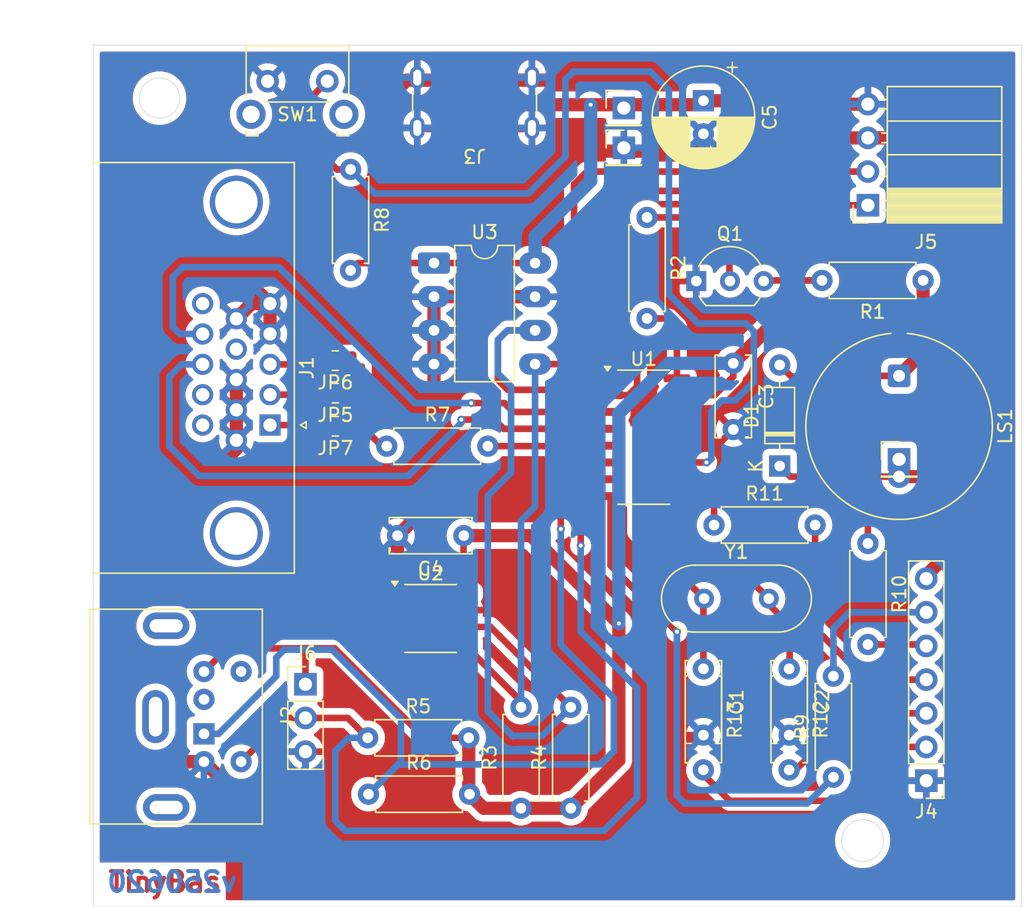
<source format=kicad_pcb>
(kicad_pcb (version 20241229) (generator "pcbnew") (generator_version "9.0")
  (layers (0 "F.Cu" signal) (2 "B.Cu" signal) (13 "F.Paste" user) (15 "B.Paste" user) (5 "F.SilkS" user "F.Silkscreen") (7 "B.SilkS" user "B.Silkscreen") (1 "F.Mask" user) (3 "B.Mask" user) (25 "Edge.Cuts" user))
  (net 0 "")
  (net 1 "GND")
  (net 2 "unconnected-(J1-Pad0)")
  (net 5 "Net-(JP5-B)")
  (net 7 "Net-(JP7-B)")
  (net 8 "Net-(U1-PC3)")
  (net 9 "Net-(U1-PC4)")
  (net 10 "Net-(JP6-B)")
  (net 12 "Net-(U1-PC7)")
  (net 13 "Net-(J6-Pin_2)")
  (net 14 "Net-(J4-Pin_6)")
  (net 15 "Net-(J4-Pin_2)")
  (net 16 "Net-(J4-Pin_3)")
  (net 17 "Net-(J4-Pin_5)")
  (net 18 "Net-(J4-Pin_4)")
  (net 19 "Net-(J5-Pin_2)")
  (net 20 "Net-(J5-Pin_1)")
  (net 21 "Net-(JP5-A)")
  (net 22 "Net-(Q1-B)")
  (net 23 "Net-(Q1-C)")
  (net 24 "Net-(U1-PC0)")
  (net 25 "Net-(U1-PC6)")
  (net 26 "Net-(D1-A)")
  (net 29 "VCC")
  (net 32 "Net-(U1-PA2)")
  (net 33 "Net-(U1-PA1)")
  (net 34 "Net-(U1-PD4)")
  (net 35 "Net-(U1-PD6)")
  (net 36 "Net-(U1-PD5)")
  (net 37 "Net-(U1-PD7)")
  (footprint "Resistor_SMD:R_0805_2012Metric_Pad1.20x1.40mm_HandSolder" (layer "F.Cu") (at 106.25 93.25 180)
    (property "Reference" "JP5")
    (property "Value" "SolderJumper_2_Open" (hide yes))
  )
  (footprint "Crystal:Crystal_HC49-U_Vertical" (layer "F.Cu") (at 134.05 108.75)
    (property "Reference" "Y1")
    (property "Value" "24MHz")
  )
  (footprint "Capacitor_THT:CP_Radial_D7.5mm_P2.50mm" (layer "F.Cu") (at 134 71.197349 -90)
    (property "Reference" "C5")
    (property "Value" "100u")
  )
  (footprint "Package_SO:SOP-16_3.9x9.9mm_P1.27mm" (layer "F.Cu") (at 129.5 96.575)
    (property "Reference" "U1")
    (property "Value" "CH32V003AxMx")
  )
  (footprint "Resistor_THT:R_Axial_DIN0207_L6.3mm_D2.5mm_P7.62mm_Horizontal" (layer "F.Cu") (at 107.4 76.38 -90)
    (property "Reference" "R8")
    (property "Value" "3K9")
  )
  (footprint "Resistor_THT:R_Axial_DIN0207_L6.3mm_D2.5mm_P7.62mm_Horizontal" (layer "F.Cu") (at 134.8 103.2)
    (property "Reference" "R11")
    (property "Value" "330R")
  )
  (footprint "Package_TO_SOT_THT:TO-92_Inline_Wide" (layer "F.Cu") (at 133.46 84.8)
    (property "Reference" "Q1")
    (property "Value" "2N3904")
  )
  (footprint "Resistor_THT:R_Axial_DIN0207_L6.3mm_D2.5mm_P7.62mm_Horizontal" (layer "F.Cu") (at 108.69 119.25)
    (property "Reference" "R5")
    (property "Value" "3K9")
  )
  (footprint "Diode_THT:D_DO-35_SOD27_P7.62mm_Horizontal" (layer "F.Cu") (at 139.75 98.75 90)
    (property "Reference" "D1")
    (property "Value" "1N4148")
  )
  (footprint "Package_SO:SOIC-8_3.9x4.9mm_P1.27mm" (layer "F.Cu") (at 113.44 110.25)
    (property "Reference" "U2")
    (property "Value" "AT24C256")
  )
  (footprint "Resistor_THT:R_Axial_DIN0207_L6.3mm_D2.5mm_P7.62mm_Horizontal" (layer "F.Cu") (at 129.75 80 -90)
    (property "Reference" "R2")
    (property "Value" "3K9")
  )
  (footprint "Resistor_THT:R_Axial_DIN0207_L6.3mm_D2.5mm_P7.62mm_Horizontal" (layer "F.Cu") (at 108.75 123.5)
    (property "Reference" "R6")
    (property "Value" "3K9")
  )
  (footprint "Connector_PinHeader_2.54mm:PinHeader_1x01_P2.54mm_Vertical" (layer "F.Cu") (at 148.75 98.25)
    (property "Reference" "J7" (hide yes))
    (property "Value" "Conn_01x01_Pin" (hide yes))
  )
  (footprint "Resistor_THT:R_Axial_DIN0207_L6.3mm_D2.5mm_P7.62mm_Horizontal" (layer "F.Cu") (at 124 124.56 90)
    (property "Reference" "R4")
    (property "Value" "3K9")
  )
  (footprint "Resistor_THT:R_Axial_DIN0207_L6.3mm_D2.5mm_P7.62mm_Horizontal" (layer "F.Cu") (at 143.8 122.22 90)
    (property "Reference" "R9")
    (property "Value" "3K9")
  )
  (footprint "Package_DIP:DIP-8_W7.62mm_LongPads" (layer "F.Cu") (at 113.69 83.44)
    (property "Reference" "U3")
    (property "Value" "AT24C256")
  )
  (footprint "Connector_PinHeader_2.54mm:PinHeader_1x03_P2.54mm_Vertical" (layer "F.Cu") (at 104 115.21)
    (property "Reference" "J6")
    (property "Value" "Conn_01x03_Pin" (hide yes))
  )
  (footprint "Capacitor_THT:C_Disc_D6.0mm_W2.5mm_P5.00mm" (layer "F.Cu") (at 140.462 114.046 -90)
    (property "Reference" "C2")
    (property "Value" "33p")
  )
  (footprint "Connector_PinHeader_2.54mm:PinHeader_1x01_P2.54mm_Vertical" (layer "F.Cu") (at 128 71.75)
    (property "Reference" "J8" (hide yes))
    (property "Value" "Conn_01x01_Pin" (hide yes))
  )
  (footprint "Button_Switch_THT:SW_Tactile_SKHH_Angled" (layer "F.Cu") (at 101.15 69.725)
    (property "Reference" "SW1")
    (property "Value" "SW_Push" (hide yes))
  )
  (footprint "Resistor_THT:R_Axial_DIN0207_L6.3mm_D2.5mm_P7.62mm_Horizontal" (layer "F.Cu") (at 134 114.046 -90)
    (property "Reference" "R13")
    (property "Value" "330R")
  )
  (footprint "Connector_PinHeader_2.54mm:PinHeader_1x01_P2.54mm_Vertical" (layer "F.Cu") (at 128 74.75)
    (property "Reference" "J9" (hide yes))
    (property "Value" "Conn_01x01_Pin" (hide yes))
  )
  (footprint "Buzzer_Beeper:Indicator_PUI_AI-1440-TWT-24V-2-R" (layer "F.Cu") (at 148.75 91.95 -90)
    (property "Reference" "LS1")
    (property "Value" "Speaker")
  )
  (footprint "Connector_PinSocket_2.54mm:PinSocket_1x04_P2.54mm_Horizontal" (layer "F.Cu") (at 146.4 79.08 180)
    (property "Reference" "J5")
    (property "Value" "Conn_01x04_Socket" (hide yes))
  )
  (footprint "Resistor_THT:R_Axial_DIN0207_L6.3mm_D2.5mm_P7.62mm_Horizontal" (layer "F.Cu") (at 150.56 84.75 180)
    (property "Reference" "R1")
    (property "Value" "100R")
  )
  (footprint "Resistor_SMD:R_0805_2012Metric_Pad1.20x1.40mm_HandSolder" (layer "F.Cu") (at 106.25 90.8 180)
    (property "Reference" "JP6")
    (property "Value" "SolderJumper_2_Open" (hide yes))
  )
  (footprint "Resistor_SMD:R_0805_2012Metric_Pad1.20x1.40mm_HandSolder" (layer "F.Cu") (at 106.25 95.75 180)
    (property "Reference" "JP7")
    (property "Value" "SolderJumper_2_Open" (hide yes))
  )
  (footprint "Resistor_THT:R_Axial_DIN0207_L6.3mm_D2.5mm_P7.62mm_Horizontal" (layer "F.Cu") (at 120.25 124.56 90)
    (property "Reference" "R3")
    (property "Value" "3K9")
  )
  (footprint "Capacitor_THT:C_Disc_D6.0mm_W2.5mm_P5.00mm" (layer "F.Cu") (at 134 114.046 -90)
    (property "Reference" "C1")
    (property "Value" "33p")
  )
  (footprint "Resistor_THT:R_Axial_DIN0207_L6.3mm_D2.5mm_P7.62mm_Horizontal" (layer "F.Cu") (at 110.13 97.25)
    (property "Reference" "R7")
    (property "Value" "470R")
  )
  (footprint "Connector_USB:USB_C_Receptacle_GCT_USB4125-xx-x_6P_TopMnt_Horizontal" (layer "F.Cu") (at 116.75 70.25 180)
    (property "Reference" "J3")
    (property "Value" "USB_C_6P")
  )
  (footprint "Capacitor_THT:C_Disc_D6.0mm_W2.5mm_P5.00mm" (layer "F.Cu") (at 136.25 91 -90)
    (property "Reference" "C3")
    (property "Value" "100n")
  )
  (footprint "Capacitor_THT:C_Disc_D6.0mm_W2.5mm_P5.00mm" (layer "F.Cu") (at 115.94 104 180)
    (property "Reference" "C4")
    (property "Value" "100n")
  )
  (footprint "Connector_Dsub:DSUB-15-HD_Socket_Horizontal_P2.29x2.54mm_EdgePinOffset8.35mm_Housed_MountingHolesOffset10.89mm" (layer "F.Cu") (at 101.33 95.66 -90)
    (property "Reference" "J1")
    (property "Value" "DE15_Socket_HighDensity_MountingHoles" (hide yes))
  )
  (footprint "Resistor_THT:R_Axial_DIN0207_L6.3mm_D2.5mm_P7.62mm_Horizontal" (layer "F.Cu") (at 140.462 114.046 -90)
    (property "Reference" "R12")
    (property "Value" "330R")
  )
  (footprint "Resistor_THT:R_Axial_DIN0207_L6.3mm_D2.5mm_P7.62mm_Horizontal" (layer "F.Cu") (at 146.4 104.59 -90)
    (property "Reference" "R10")
    (property "Value" "330R")
  )
  (footprint "Moje:Connector_Mini-DIN_Female_6Pin_2rows" (layer "F.Cu") (at 96.35 118.95 -90)
    (property "Reference" "J2")
    (property "Value" "Mini-DIN-6")
  )
  (footprint "Connector_PinHeader_2.54mm:PinHeader_1x07_P2.54mm_Vertical" (layer "F.Cu") (at 150.8 122.48 180)
    (property "Reference" "J4")
    (property "Value" "Conn_01x07_Pin" (hide yes))
  )
  (gr_line (start 158 132) (end 88 132) (stroke (width 0.05)) (layer "Edge.Cuts"))
  (gr_line (start 88 132) (end 88 67) (stroke (width 0.05)) (layer "Edge.Cuts"))
  (gr_circle (center 93 71) (end 94.5 70.75) (stroke (width 0.05)) (fill no) (layer "Edge.Cuts"))
  (gr_line (start 88 67) (end 158 67) (stroke (width 0.05)) (layer "Edge.Cuts"))
  (gr_line (start 158 67) (end 158 132) (stroke (width 0.05)) (layer "Edge.Cuts"))
  (gr_circle (center 146 127) (end 147.5 126.5) (stroke (width 0.05)) (fill no) (layer "Edge.Cuts"))
  (gr_text "TinyBas" (at 89 131 0) (layer "F.Cu") (effects (font (size 1.5 1.5) (thickness 0.3) (bold yes)) (justify left bottom)))
  (gr_text "v250620" (at 99 131 0) (layer "B.Cu") (effects (font (size 1.5 1.5) (thickness 0.3) (bold yes)) (justify left bottom mirror)))
  (segment (start 130.65 122.85) (end 130.8 122.7) (width 1) (layer "F.Cu") (net 1))
  (segment (start 89.5 108.25) (end 90 107.75) (width 1) (layer "F.Cu") (net 1))
  (segment (start 121.07 73.25) (end 121.07 75.035) (width 0.5) (layer "F.Cu") (net 1))
  (segment (start 112.43 73.25) (end 112.43 75.215) (width 0.5) (layer "F.Cu") (net 1))
  (segment (start 94.5 83.5) (end 98.33 83.5) (width 1) (layer "F.Cu") (net 1))
  (segment (start 119.5 73.33) (end 119.5 75.13) (width 0.5) (layer "F.Cu") (net 1))
  (segment (start 95 98.75) (end 93 98.75) (width 1) (layer "F.Cu") (net 1))
  (segment (start 114 73.33) (end 114 74.95) (width 0.5) (layer "F.Cu") (net 1))
  (segment (start 114.3 75.25) (end 112.395 75.25) (width 1) (layer "F.Cu") (net 1))
  (segment (start 121.07 75.035) (end 121.285 75.25) (width 0.2) (layer "F.Cu") (net 1))
  (segment (start 119.5 75.13) (end 119.38 75.25) (width 0.2) (layer "F.Cu") (net 1))
  (segment (start 119.38 75.25) (end 114.3 75.25) (width 1) (layer "F.Cu") (net 1))
  (segment (start 90.8 121.05) (end 89.5 119.75) (width 1) (layer "F.Cu") (net 1))
  (segment (start 101.33 88.79) (end 101.33 86.5) (width 1) (layer "F.Cu") (net 1))
  (segment (start 96.35 121.05) (end 102.8 127.5) (width 1) (layer "F.Cu") (net 1))
  (segment (start 131.9 119.3) (end 134 119.3) (width 1) (layer "F.Cu") (net 1))
  (segment (start 99.935 86.5) (end 101.33 86.5) (width 1) (layer "F.Cu") (net 1))
  (segment (start 98.79 96.805) (end 98.79 97.46) (width 1) (layer "F.Cu") (net 1))
  (segment (start 93 96.75) (end 93 85) (width 1) (layer "F.Cu") (net 1))
  (segment (start 110.94 104) (end 110.94 112.13) (width 1) (layer "F.Cu") (net 1))
  (segment (start 110.94 104) (end 113.69 101.25) (width 1) (layer "F.Cu") (net 1))
  (segment (start 131.3525 69.6475) (end 132 69) (width 1) (layer "F.Cu") (net 1))
  (segment (start 98.79 97.46) (end 97.5 98.75) (width 1) (layer "F.Cu") (net 1))
  (segment (start 132 94.67) (end 134.92 94.67) (width 0.5) (layer "F.Cu") (net 1))
  (segment (start 134.92 94.67) (end 136.25 96) (width 0.5) (layer "F.Cu") (net 1))
  (segment (start 93 85) (end 94.5 83.5) (width 1) (layer "F.Cu") (net 1))
  (segment (start 134 74.997349) (end 122.247349 74.997349) (width 1) (layer "F.Cu") (net 1))
  (segment (start 113.69 85.98) (end 113.69 91.06) (width 1) (layer "F.Cu") (net 1))
  (segment (start 130.8 122.7) (end 130.8 120.4) (width 1) (layer "F.Cu") (net 1))
  (segment (start 112.43 75.215) (end 112.395 75.25) (width 0.2) (layer "F.Cu") (net 1))
  (segment (start 134 74.997349) (end 134 73.697349) (width 1) (layer "F.Cu") (net 1))
  (segment (start 90 107.75) (end 92.75 107.75) (width 1) (layer "F.Cu") (net 1))
  (segment (start 110.94 112.13) (end 110.965 112.155) (width 1) (layer "F.Cu") (net 1))
  (segment (start 98.79 87.645) (end 99.935 86.5) (width 1) (layer "F.Cu") (net 1))
  (segment (start 96.35 121.05) (end 90.8 121.05) (width 1) (layer "F.Cu") (net 1))
  (segment (start 121.285 75.25) (end 121.75 75.25) (width 1) (layer "F.Cu") (net 1))
  (segment (start 112.395 75.25) (end 111.5 75.25) (width 1) (layer "F.Cu") (net 1))
  (segment (start 144.5 71.46) (end 146.4 71.46) (width 1) (layer "F.Cu") (net 1))
  (segment (start 93 96.75) (end 93 98.75) (width 1) (layer "F.Cu") (net 1))
  (segment (start 130.8 120.4) (end 131.9 119.3) (width 1) (layer "F.Cu") (net 1))
  (segment (start 111 70.2725) (end 111.625 69.6475) (width 1) (layer "F.Cu") (net 1))
  (segment (start 98.79 92.225) (end 98.79 96.805) (width 1) (layer "F.Cu") (net 1))
  (segment (start 98.33 83.5) (end 101.33 86.5) (width 1) (layer "F.Cu") (net 1))
  (segment (start 113.69 85.98) (end 121.31 85.98) (width 1) (layer "F.Cu") (net 1))
  (segment (start 130.65 122.85) (end 126 127.5) (width 1) (layer "F.Cu") (net 1))
  (segment (start 102.8 127.5) (end 126 127.5) (width 1) (layer "F.Cu") (net 1))
  (segment (start 142.04 69) (end 144.5 71.46) (width 1) (layer "F.Cu") (net 1))
  (segment (start 119.38 75.25) (end 120 75.25) (width 1) (layer "F.Cu") (net 1))
  (segment (start 113.69 101.25) (end 113.69 91.06) (width 1) (layer "F.Cu") (net 1))
  (segment (start 132 69) (end 142.04 69) (width 1) (layer "F.Cu") (net 1))
  (segment (start 93 98.75) (end 93 107.25) (width 1) (layer "F.Cu") (net 1))
  (segment (start 115.915 109.615) (end 110.965 109.615) (width 0.5) (layer "F.Cu") (net 1))
  (segment (start 89.5 119.75) (end 89.5 108.25) (width 1) (layer "F.Cu") (net 1))
  (segment (start 114 74.95) (end 114.3 75.25) (width 0.2) (layer "F.Cu") (net 1))
  (segment (start 120 75.25) (end 121.285 75.25) (width 1) (layer "F.Cu") (net 1))
  (segment (start 111.625 69.6475) (end 131.3525 69.6475) (width 1) (layer "F.Cu") (net 1))
  (segment (start 97.5 98.75) (end 95 98.75) (width 1) (layer "F.Cu") (net 1))
  (segment (start 133.42 75.577349) (end 134 74.997349) (width 0.5) (layer "B.Cu") (net 1))
  (segment (start 142.75 89.25) (end 142.75 92.25) (width 1) (layer "B.Cu") (net 1))
  (segment (start 96.35 121.05) (end 96.35 122.6) (width 0.5) (layer "B.Cu") (net 1))
  (segment (start 96.35 122.6) (end 97.5 123.75) (width 0.5) (layer "B.Cu") (net 1))
  (segment (start 142.75 92.25) (end 139 96) (width 1) (layer "B.Cu") (net 1))
  (segment (start 140.5 81.497349) (end 140.5 87) (width 1) (layer "B.Cu") (net 1))
  (segment (start 134 74.997349) (end 140.5 81.497349) (width 1) (layer "B.Cu") (net 1))
  (segment (start 97.5 123.75) (end 101.75 123.75) (width 0.5) (layer "B.Cu") (net 1))
  (segment (start 140.5 87) (end 142.75 89.25) (width 1) (layer "B.Cu") (net 1))
  (segment (start 104 121.5) (end 104 120.29) (width 0.5) (layer "B.Cu") (net 1))
  (segment (start 139 96) (end 136.25 96) (width 1) (layer "B.Cu") (net 1))
  (segment (start 133.42 84.75) (end 133.42 75.577349) (width 0.5) (layer "B.Cu") (net 1))
  (segment (start 101.75 123.75) (end 104 121.5) (width 0.5) (layer "B.Cu") (net 1))
  (segment (start 134 74.997349) (end 134 73.697349) (width 1) (layer "B.Cu") (net 1))
  (segment (start 98.663636 78.845) (end 98.79 78.845) (width 0.5) (layer "B.Cu") (net 2))
  (segment (start 105.13 93.37) (end 105.25 93.25) (width 0.5) (layer "F.Cu") (net 5))
  (segment (start 101.33 93.37) (end 105.13 93.37) (width 0.5) (layer "F.Cu") (net 5))
  (segment (start 101.33 95.66) (end 105.16 95.66) (width 0.5) (layer "F.Cu") (net 7))
  (segment (start 105.16 95.66) (end 105.25 95.75) (width 0.5) (layer "F.Cu") (net 7))
  (segment (start 127 94.67) (end 119.67 94.67) (width 0.5) (layer "F.Cu") (net 8))
  (segment (start 119.67 94.67) (end 119 94) (width 0.5) (layer "F.Cu") (net 8))
  (segment (start 119 94) (end 116.5 94) (width 0.5) (layer "F.Cu") (net 8))
  (via (at 116.5 94) (size 0.6) (drill 0.3) (layers "F.Cu" "B.Cu") (net 8))
  (segment (start 94 88.25) (end 94 84.5) (width 0.5) (layer "B.Cu") (net 8))
  (segment (start 94.75 83.75) (end 102 83.75) (width 0.5) (layer "B.Cu") (net 8))
  (segment (start 94 84.5) (end 94.75 83.75) (width 0.5) (layer "B.Cu") (net 8))
  (segment (start 96.25 88.79) (end 94.54 88.79) (width 0.5) (layer "B.Cu") (net 8))
  (segment (start 112.25 94) (end 116.5 94) (width 0.5) (layer "B.Cu") (net 8))
  (segment (start 94.54 88.79) (end 94 88.25) (width 0.5) (layer "B.Cu") (net 8))
  (segment (start 102 83.75) (end 112.25 94) (width 0.5) (layer "B.Cu") (net 8))
  (segment (start 118.5 95.5) (end 118.25 95.25) (width 0.5) (layer "F.Cu") (net 9))
  (segment (start 127 95.94) (end 118.94 95.94) (width 0.5) (layer "F.Cu") (net 9))
  (segment (start 118.94 95.94) (end 118.5 95.5) (width 0.5) (layer "F.Cu") (net 9))
  (segment (start 118.25 95.25) (end 115.75 95.25) (width 0.5) (layer "F.Cu") (net 9))
  (via (at 115.75 95.25) (size 0.6) (drill 0.3) (layers "F.Cu" "B.Cu") (net 9))
  (segment (start 115.75 95.5) (end 115.75 95.25) (width 0.5) (layer "B.Cu") (net 9))
  (segment (start 111.75 99.5) (end 115.75 95.5) (width 0.5) (layer "B.Cu") (net 9))
  (segment (start 94.67 91.08) (end 93.75 92) (width 0.5) (layer "B.Cu") (net 9))
  (segment (start 93.75 92) (end 93.75 97.25) (width 0.5) (layer "B.Cu") (net 9))
  (segment (start 96 99.5) (end 111.75 99.5) (width 0.5) (layer "B.Cu") (net 9))
  (segment (start 93.75 97.25) (end 96 99.5) (width 0.5) (layer "B.Cu") (net 9))
  (segment (start 96.25 91.08) (end 94.67 91.08) (width 0.5) (layer "B.Cu") (net 9))
  (segment (start 105.08 91.08) (end 105.25 91.25) (width 0.5) (layer "F.Cu") (net 10))
  (segment (start 101.33 91.08) (end 105.08 91.08) (width 0.5) (layer "F.Cu") (net 10))
  (segment (start 123.5 99) (end 123.25 99.25) (width 0.5) (layer "F.Cu") (net 12))
  (segment (start 124.02 98.48) (end 123.5 99) (width 0.5) (layer "F.Cu") (net 12))
  (segment (start 127 98.48) (end 124.02 98.48) (width 0.5) (layer "F.Cu") (net 12))
  (segment (start 123.25 99.25) (end 123.25 103.5) (width 0.5) (layer "F.Cu") (net 12))
  (via (at 123.25 103.5) (size 0.6) (drill 0.3) (layers "F.Cu" "B.Cu") (net 12))
  (segment (start 123.25 112.25) (end 127.25 116.25) (width 0.5) (layer "B.Cu") (net 12))
  (segment (start 127.25 120.25) (end 126.25 121.25) (width 0.5) (layer "B.Cu") (net 12))
  (segment (start 127.25 116.25) (end 127.25 120.25) (width 0.5) (layer "B.Cu") (net 12))
  (segment (start 111.2 121.05) (end 111 121.25) (width 0.5) (layer "B.Cu") (net 12))
  (segment (start 106 112.6) (end 111.2 117.8) (width 0.5) (layer "B.Cu") (net 12))
  (segment (start 102.4 112.6) (end 106 112.6) (width 0.5) (layer "B.Cu") (net 12))
  (segment (start 111 121.25) (end 108.75 123.5) (width 0.5) (layer "B.Cu") (net 12))
  (segment (start 123.25 103.5) (end 123.25 112.25) (width 0.5) (layer "B.Cu") (net 12))
  (segment (start 97.45 118.95) (end 101.8 114.6) (width 0.5) (layer "B.Cu") (net 12))
  (segment (start 126.25 121.25) (end 111 121.25) (width 0.5) (layer "B.Cu") (net 12))
  (segment (start 111.2 117.8) (end 111.2 121.05) (width 0.5) (layer "B.Cu") (net 12))
  (segment (start 96.35 118.95) (end 97.45 118.95) (width 0.5) (layer "B.Cu") (net 12))
  (segment (start 101.8 113.2) (end 102.4 112.6) (width 0.5) (layer "B.Cu") (net 12))
  (segment (start 101.8 114.6) (end 101.8 113.2) (width 0.5) (layer "B.Cu") (net 12))
  (segment (start 99.15 121.05) (end 102.45 117.75) (width 0.5) (layer "F.Cu") (net 13))
  (segment (start 108.69 119.25) (end 107.19 117.75) (width 0.5) (layer "F.Cu") (net 13))
  (segment (start 107.19 117.75) (end 104 117.75) (width 0.5) (layer "F.Cu") (net 13))
  (segment (start 127 99.75) (end 125.25 99.75) (width 0.5) (layer "F.Cu") (net 13))
  (segment (start 125.25 99.75) (end 124.75 99.75) (width 0.5) (layer "F.Cu") (net 13))
  (segment (start 102.45 117.75) (end 104 117.75) (width 0.5) (layer "F.Cu") (net 13))
  (segment (start 124.75 99.75) (end 124.75 104.75) (width 0.5) (layer "F.Cu") (net 13))
  (via (at 124.75 104.75) (size 0.6) (drill 0.3) (layers "F.Cu" "B.Cu") (net 13))
  (segment (start 107 126.25) (end 106.25 125.5) (width 0.5) (layer "B.Cu") (net 13))
  (segment (start 124.75 104.75) (end 124.75 111.25) (width 0.5) (layer "B.Cu") (net 13))
  (segment (start 129 115.5) (end 129 123.75) (width 0.5) (layer "B.Cu") (net 13))
  (segment (start 124.75 111.25) (end 129 115.5) (width 0.5) (layer "B.Cu") (net 13))
  (segment (start 126.5 126.25) (end 107 126.25) (width 0.5) (layer "B.Cu") (net 13))
  (segment (start 107.25 119.25) (end 108.69 119.25) (width 0.5) (layer "B.Cu") (net 13))
  (segment (start 129 123.75) (end 126.5 126.25) (width 0.5) (layer "B.Cu") (net 13))
  (segment (start 106.25 120.25) (end 107.25 119.25) (width 0.5) (layer "B.Cu") (net 13))
  (segment (start 106.25 125.5) (end 106.25 120.25) (width 0.5) (layer "B.Cu") (net 13))
  (segment (start 143.8 114.6) (end 143.8 111) (width 0.5) (layer "B.Cu") (net 14))
  (segment (start 143.8 111) (end 145.02 109.78) (width 0.5) (layer "B.Cu") (net 14))
  (segment (start 145.02 109.78) (end 150.8 109.78) (width 0.5) (layer "B.Cu") (net 14))
  (segment (start 135.98 124) (end 144.4 124) (width 0.5) (layer "F.Cu") (net 15))
  (segment (start 134 122.02) (end 135.98 124) (width 0.5) (layer "F.Cu") (net 15))
  (segment (start 148.4 119.94) (end 150.8 119.94) (width 0.5) (layer "F.Cu") (net 15))
  (segment (start 148.4 120) (end 148.4 119.94) (width 0.5) (layer "F.Cu") (net 15))
  (segment (start 144.4 124) (end 148.4 120) (width 0.5) (layer "F.Cu") (net 15))
  (segment (start 140.4 122.22) (end 145.22 117.4) (width 0.5) (layer "F.Cu") (net 16))
  (segment (start 145.22 117.4) (end 150.8 117.4) (width 0.5) (layer "F.Cu") (net 16))
  (segment (start 150.69 112.21) (end 150.8 112.32) (width 0.5) (layer "F.Cu") (net 17))
  (segment (start 146.4 112.21) (end 150.69 112.21) (width 0.5) (layer "F.Cu") (net 17))
  (segment (start 146.28 114.86) (end 142.42 111) (width 0.5) (layer "F.Cu") (net 18))
  (segment (start 142.42 111) (end 142.42 103.2) (width 0.5) (layer "F.Cu") (net 18))
  (segment (start 150.8 114.86) (end 146.28 114.86) (width 0.5) (layer "F.Cu") (net 18))
  (segment (start 121.31 91.06) (end 124.19 91.06) (width 0.5) (layer "F.Cu") (net 19))
  (segment (start 124.19 91.06) (end 124.25 91) (width 0.5) (layer "F.Cu") (net 19))
  (segment (start 124.25 91) (end 124.25 77.5) (width 0.5) (layer "F.Cu") (net 19))
  (segment (start 124.25 77.5) (end 125.21 76.54) (width 0.5) (layer "F.Cu") (net 19))
  (segment (start 125.21 76.54) (end 146.4 76.54) (width 0.5) (layer "F.Cu") (net 19))
  (segment (start 124.25 91) (end 125.38 92.13) (width 0.5) (layer "F.Cu") (net 19))
  (segment (start 120.25 116.49) (end 120.25 116.94) (width 0.5) (layer "F.Cu") (net 19))
  (segment (start 115.915 112.155) (end 120.25 116.49) (width 0.5) (layer "F.Cu") (net 19))
  (segment (start 125.38 92.13) (end 127 92.13) (width 0.5) (layer "F.Cu") (net 19))
  (segment (start 121.31 101.81) (end 120.25 102.87) (width 0.5) (layer "B.Cu") (net 19))
  (segment (start 120.25 102.87) (end 120.25 116.94) (width 0.5) (layer "B.Cu") (net 19))
  (segment (start 121.31 91.06) (end 121.31 101.81) (width 0.5) (layer "B.Cu") (net 19))
  (segment (start 117.945 110.885) (end 115.915 110.885) (width 0.5) (layer "F.Cu") (net 20))
  (segment (start 119.23 88.52) (end 121.31 88.52) (width 0.5) (layer "F.Cu") (net 20))
  (segment (start 129 92.75) (end 129 90.75) (width 0.5) (layer "F.Cu") (net 20))
  (segment (start 118.5 89.25) (end 119.23 88.52) (width 0.5) (layer "F.Cu") (net 20))
  (segment (start 143.08 79.08) (end 146.4 79.08) (width 0.5) (layer "F.Cu") (net 20))
  (segment (start 123.9 93.4) (end 123.5 93) (width 0.5) (layer "F.Cu") (net 20))
  (segment (start 119.25 93) (end 118.5 92.25) (width 0.5) (layer "F.Cu") (net 20))
  (segment (start 127 93.4) (end 128.35 93.4) (width 0.5) (layer "F.Cu") (net 20))
  (segment (start 126.25 78.75) (end 127 78) (width 0.5) (layer "F.Cu") (net 20))
  (segment (start 118.5 92.25) (end 118.5 89.25) (width 0.5) (layer "F.Cu") (net 20))
  (segment (start 128.35 93.4) (end 129 92.75) (width 0.5) (layer "F.Cu") (net 20))
  (segment (start 127 78) (end 142 78) (width 0.5) (layer "F.Cu") (net 20))
  (segment (start 126.25 88) (end 126.25 78.75) (width 0.5) (layer "F.Cu") (net 20))
  (segment (start 129 90.75) (end 126.25 88) (width 0.5) (layer "F.Cu") (net 20))
  (segment (start 127 93.4) (end 123.9 93.4) (width 0.5) (layer "F.Cu") (net 20))
  (segment (start 142 78) (end 143.08 79.08) (width 0.5) (layer "F.Cu") (net 20))
  (segment (start 124 116.94) (end 117.945 110.885) (width 0.5) (layer "F.Cu") (net 20))
  (segment (start 123.5 93) (end 119.25 93) (width 0.5) (layer "F.Cu") (net 20))
  (segment (start 117.75 117.25) (end 117.75 101) (width 0.5) (layer "B.Cu") (net 20))
  (segment (start 118.5 91.75) (end 118.5 89.25) (width 0.5) (layer "B.Cu") (net 20))
  (segment (start 118.5 89.25) (end 119.23 88.52) (width 0.5) (layer "B.Cu") (net 20))
  (segment (start 119.23 88.52) (end 121.31 88.52) (width 0.5) (layer "B.Cu") (net 20))
  (segment (start 119.625 119.125) (end 117.75 117.25) (width 0.5) (layer "B.Cu") (net 20))
  (segment (start 124 116.94) (end 121.845 119.095) (width 0.5) (layer "B.Cu") (net 20))
  (segment (start 119.5 99.25) (end 119.5 92.75) (width 0.5) (layer "B.Cu") (net 20))
  (segment (start 119.5 92.75) (end 118.5 91.75) (width 0.5) (layer "B.Cu") (net 20))
  (segment (start 117.75 101) (end 119.5 99.25) (width 0.5) (layer "B.Cu") (net 20))
  (segment (start 119.655 119.095) (end 121.845 119.095) (width 0.5) (layer "B.Cu") (net 20))
  (segment (start 119.625 119.125) (end 119.655 119.095) (width 0.5) (layer "B.Cu") (net 20))
  (segment (start 108.25 93.25) (end 108.25 91.25) (width 0.5) (layer "F.Cu") (net 21))
  (segment (start 108.25 91.25) (end 107.25 91.25) (width 0.5) (layer "F.Cu") (net 21))
  (segment (start 109.75 97.25) (end 108.25 95.75) (width 0.5) (layer "F.Cu") (net 21))
  (segment (start 107.25 95.75) (end 108.25 95.75) (width 0.5) (layer "F.Cu") (net 21))
  (segment (start 110 97.38) (end 110.13 97.25) (width 0.5) (layer "F.Cu") (net 21))
  (segment (start 108.25 95.75) (end 108.25 93.25) (width 0.5) (layer "F.Cu") (net 21))
  (segment (start 110.13 97.25) (end 109.75 97.25) (width 0.5) (layer "F.Cu") (net 21))
  (segment (start 107.25 93.25) (end 108.25 93.25) (width 0.5) (layer "F.Cu") (net 21))
  (segment (start 135.96 84.75) (end 135.96 80.96) (width 0.5) (layer "F.Cu") (net 22))
  (segment (start 135 80) (end 129.75 80) (width 0.5) (layer "F.Cu") (net 22))
  (segment (start 135.96 80.96) (end 135.8 80.8) (width 0.5) (layer "F.Cu") (net 22))
  (segment (start 135.8 80.8) (end 135 80) (width 0.5) (layer "F.Cu") (net 22))
  (segment (start 138.5 84.75) (end 142.94 84.75) (width 0.5) (layer "F.Cu") (net 23))
  (segment (start 131.37 87.62) (end 132 88.25) (width 0.5) (layer "F.Cu") (net 24))
  (segment (start 129.75 87.62) (end 131.37 87.62) (width 0.5) (layer "F.Cu") (net 24))
  (segment (start 132 88.25) (end 132 92.13) (width 0.5) (layer "F.Cu") (net 24))
  (segment (start 126.96 97.25) (end 127 97.21) (width 0.5) (layer "F.Cu") (net 25))
  (segment (start 117.75 97.25) (end 126.96 97.25) (width 0.5) (layer "F.Cu") (net 25))
  (segment (start 150.56 84.75) (end 150.56 90.14) (width 1) (layer "F.Cu") (net 26))
  (segment (start 139.75 91.13) (end 140.62 92) (width 0.5) (layer "F.Cu") (net 26))
  (segment (start 150.56 90.14) (end 148.75 91.95) (width 1) (layer "F.Cu") (net 26))
  (segment (start 141.3 91.95) (end 148.75 91.95) (width 0.5) (layer "F.Cu") (net 26))
  (segment (start 140.62 92) (end 141.25 92) (width 0.5) (layer "F.Cu") (net 26))
  (segment (start 141.25 92) (end 141.3 91.95) (width 0.5) (layer "F.Cu") (net 26))
  (segment (start 104 115.21) (end 104 112.5) (width 0.5) (layer "F.Cu") (net 29))
  (segment (start 145.25 88) (end 147.5 85.75) (width 1) (layer "F.Cu") (net 29))
  (segment (start 149.8 81.6) (end 150.6 81.6) (width 1) (layer "F.Cu") (net 29))
  (segment (start 139.25 88) (end 136.25 91) (width 1) (layer "F.Cu") (net 29))
  (segment (start 118.25 71.5) (end 118.301 71.551) (width 1) (layer "F.Cu") (net 29))
  (segment (start 115.915 108.345) (end 115.915 104.025) (width 0.5) (layer "F.Cu") (net 29))
  (segment (start 150.6 81.6) (end 153.8 81.6) (width 1) (layer "F.Cu") (net 29))
  (segment (start 153.8 99.55) (end 154 99.75) (width 1) (layer "F.Cu") (net 29))
  (segment (start 98.1 112.5) (end 104 112.5) (width 0.5) (layer "F.Cu") (net 29))
  (segment (start 134 71.197349) (end 133.697349 71.5) (width 1) (layer "F.Cu") (net 29))
  (segment (start 106.2 112.5) (end 104 112.5) (width 0.5) (layer "F.Cu") (net 29))
  (segment (start 153.8 81.6) (end 154 81.8) (width 1) (layer "F.Cu") (net 29))
  (segment (start 147.5 83.9) (end 149.8 81.6) (width 1) (layer "F.Cu") (net 29))
  (segment (start 147.5 85.75) (end 147.5 83.9) (width 1) (layer "F.Cu") (net 29))
  (segment (start 125.5 71.5) (end 118.25 71.5) (width 1) (layer "F.Cu") (net 29))
  (segment (start 133.697349 71.5) (end 125.5 71.5) (width 1) (layer "F.Cu") (net 29))
  (segment (start 134.75 93.4) (end 134.85 93.4) (width 0.5) (layer "F.Cu") (net 29))
  (segment (start 118.25 71.5) (end 115.25 71.5) (width 1) (layer "F.Cu") (net 29))
  (segment (start 140.55 99.55) (end 139.75 98.75) (width 0.5) (layer "F.Cu") (net 29))
  (segment (start 148.75 99.55) (end 153.8 99.55) (width 1) (layer "F.Cu") (net 29))
  (segment (start 117.43 124.56) (end 124 124.56) (width 1) (layer "F.Cu") (net 29))
  (segment (start 127.625 110.625) (end 127.625 120.935) (width 1) (layer "F.Cu") (net 29))
  (segment (start 116.31 119.25) (end 112.95 119.25) (width 0.5) (layer "F.Cu") (net 29))
  (segment (start 154 81.8) (end 154 99.75) (width 1) (layer "F.Cu") (net 29))
  (segment (start 113.69 83.44) (end 121.31 83.44) (width 0.5) (layer "F.Cu") (net 29))
  (segment (start 118.27 71.52) (end 118.25 71.5) (width 0.5) (layer "F.Cu") (net 29))
  (segment (start 154 103.8) (end 150.75 107.05) (width 1) (layer "F.Cu") (net 29))
  (segment (start 115.23 71.582) (end 115.199 71.551) (width 0.5) (layer "F.Cu") (net 29))
  (segment (start 148.75 99.55) (end 140.55 99.55) (width 0.5) (layer "F.Cu") (net 29))
  (segment (start 116.31 123.44) (end 116.37 123.5) (width 1) (layer "F.Cu") (net 29))
  (segment (start 115.915 104.025) (end 115.94 104) (width 0.5) (layer "F.Cu") (net 29))
  (segment (start 154 80.75) (end 154 81.4) (width 1) (layer "F.Cu") (net 29))
  (segment (start 132 93.4) (end 134.75 93.4) (width 0.5) (layer "F.Cu") (net 29))
  (segment (start 115.94 104) (end 121 104) (width 1) (layer "F.Cu") (net 29))
  (segment (start 140.75 74) (end 144.5 74) (width 1) (layer "F.Cu") (net 29))
  (segment (start 115.25 71.5) (end 115.199 71.551) (width 1) (layer "F.Cu") (net 29))
  (segment (start 154 76) (end 154 81.4) (width 1) (layer "F.Cu") (net 29))
  (segment (start 144.5 74) (end 147.25 74) (width 1) (layer "F.Cu") (net 29))
  (segment (start 127.625 120.935) (end 124 124.56) (width 1) (layer "F.Cu") (net 29))
  (segment (start 115.23 73.2825) (end 115.23 71.582) (width 0.5) (layer "F.Cu") (net 29))
  (segment (start 136.25 92) (end 136.25 91) (width 0.5) (layer "F.Cu") (net 29))
  (segment (start 118.27 73.2825) (end 118.27 71.52) (width 0.5) (layer "F.Cu") (net 29))
  (segment (start 117.43 124.56) (end 116.37 123.5) (width 1) (layer "F.Cu") (net 29))
  (segment (start 116.31 119.25) (end 116.31 123.44) (width 1) (layer "F.Cu") (net 29))
  (segment (start 147.25 74) (end 152 74) (width 1) (layer "F.Cu") (net 29))
  (segment (start 145.25 88) (end 139.25 88) (width 1) (layer "F.Cu") (net 29))
  (segment (start 96.35 114.25) (end 98.1 112.5) (width 0.5) (layer "F.Cu") (net 29))
  (segment (start 134 71.197349) (end 137.947349 71.197349) (width 1) (layer "F.Cu") (net 29))
  (segment (start 154 81.4) (end 154 81.8) (width 1) (layer "F.Cu") (net 29))
  (segment (start 152 74) (end 154 76) (width 1) (layer "F.Cu") (net 29))
  (segment (start 112.95 119.25) (end 106.2 112.5) (width 0.5) (layer "F.Cu") (net 29))
  (segment (start 113.69 83.44) (end 107.96 83.44) (width 0.5) (layer "F.Cu") (net 29))
  (segment (start 121 104) (end 127.625 110.625) (width 1) (layer "F.Cu") (net 29))
  (segment (start 107.96 83.44) (end 107.4 84) (width 0.5) (layer "F.Cu") (net 29))
  (segment (start 154 99.75) (end 154 103.8) (width 1) (layer "F.Cu") (net 29))
  (segment (start 134.85 93.4) (end 136.25 92) (width 0.5) (layer "F.Cu") (net 29))
  (segment (start 137.947349 71.197349) (end 140.75 74) (width 1) (layer "F.Cu") (net 29))
  (via (at 125.5 71.5) (size 0.6) (drill 0.3) (layers "F.Cu" "B.Cu") (net 29))
  (via (at 127.625 110.625) (size 0.6) (drill 0.3) (layers "F.Cu" "B.Cu") (net 29))
  (segment (start 125.5 77.25) (end 125.5 71.5) (width 1) (layer "B.Cu") (net 29))
  (segment (start 136.25 91) (end 131.4 91) (width 1) (layer "B.Cu") (net 29))
  (segment (start 121.31 83.44) (end 121.31 81.44) (width 1) (layer "B.Cu") (net 29))
  (segment (start 131.4 91) (end 127.625 94.775) (width 1) (layer "B.Cu") (net 29))
  (segment (start 127.625 94.775) (end 127.625 110.625) (width 1) (layer "B.Cu") (net 29))
  (segment (start 121.31 81.44) (end 125.5 77.25) (width 1) (layer "B.Cu") (net 29))
  (segment (start 129.56 95.94) (end 129 96.5) (width 0.5) (layer "F.Cu") (net 32))
  (segment (start 129 103.7) (end 134.05 108.75) (width 0.5) (layer "F.Cu") (net 32))
  (segment (start 134 109.35) (end 134 114.5) (width 0.5) (layer "F.Cu") (net 32))
  (segment (start 134.05 108.75) (end 134.05 109.3) (width 0.5) (layer "F.Cu") (net 32))
  (segment (start 129 96.5) (end 129 103.7) (width 0.5) (layer "F.Cu") (net 32))
  (segment (start 134.05 109.3) (end 134 109.35) (width 0.5) (layer "F.Cu") (net 32))
  (segment (start 132 95.94) (end 129.56 95.94) (width 0.5) (layer "F.Cu") (net 32))
  (segment (start 133.5 105) (end 135.25 105) (width 0.5) (layer "F.Cu") (net 33))
  (segment (start 130.25 97.25) (end 130.25 101.75) (width 0.5) (layer "F.Cu") (net 33))
  (segment (start 130.29 97.21) (end 130.25 97.25) (width 0.5) (layer "F.Cu") (net 33))
  (segment (start 135.25 105.07) (end 135.25 105) (width 0.5) (layer "F.Cu") (net 33))
  (segment (start 138.93 108.75) (end 138.93 109.18) (width 0.5) (layer "F.Cu") (net 33))
  (segment (start 138.93 109.18) (end 140.5 110.75) (width 0.5) (layer "F.Cu") (net 33))
  (segment (start 132 97.21) (end 130.29 97.21) (width 0.5) (layer "F.Cu") (net 33))
  (segment (start 140.5 110.75) (end 140.5 114.5) (width 0.5) (layer "F.Cu") (net 33))
  (segment (start 130.25 101.75) (end 133.5 105) (width 0.5) (layer "F.Cu") (net 33))
  (segment (start 138.93 108.75) (end 135.25 105.07) (width 0.5) (layer "F.Cu") (net 33))
  (segment (start 127 106.25) (end 132 111.25) (width 0.5) (layer "F.Cu") (net 34))
  (segment (start 127 101.02) (end 127 106.25) (width 0.5) (layer "F.Cu") (net 34))
  (via (at 132 111.25) (size 0.6) (drill 0.3) (layers "F.Cu" "B.Cu") (net 34))
  (via (at 132 111.25) (size 0.6) (drill 0.3) (layers "F.Cu" "B.Cu") (net 34))
  (segment (start 132.6 124.2) (end 141.82 124.2) (width 0.5) (layer "B.Cu") (net 34))
  (segment (start 132 123.6) (end 132.6 124.2) (width 0.5) (layer "B.Cu") (net 34))
  (segment (start 132 111.25) (end 132 123.6) (width 0.5) (layer "B.Cu") (net 34))
  (segment (start 141.82 124.2) (end 143.8 122.22) (width 0.5) (layer "B.Cu") (net 34))
  (segment (start 132 99.75) (end 136.35 99.75) (width 0.5) (layer "F.Cu") (net 35))
  (segment (start 146.4 103) (end 146.4 104.59) (width 0.5) (layer "F.Cu") (net 35))
  (segment (start 136.35 99.75) (end 138 101.4) (width 0.5) (layer "F.Cu") (net 35))
  (segment (start 138 101.4) (end 144.8 101.4) (width 0.5) (layer "F.Cu") (net 35))
  (segment (start 144.8 101.4) (end 146.4 103) (width 0.5) (layer "F.Cu") (net 35))
  (segment (start 134.8 101.05) (end 134.8 103.2) (width 0.5) (layer "F.Cu") (net 36))
  (segment (start 134.77 101.02) (end 134.8 101.05) (width 0.5) (layer "F.Cu") (net 36))
  (segment (start 132 101.02) (end 134.77 101.02) (width 0.5) (layer "F.Cu") (net 36))
  (segment (start 104.6 70.775) (end 104.6 74.6) (width 0.5) (layer "F.Cu") (net 37))
  (segment (start 132 98.48) (end 134.23 98.48) (width 0.5) (layer "F.Cu") (net 37))
  (segment (start 105.65 69.725) (end 104.6 70.775) (width 0.5) (layer "F.Cu") (net 37))
  (segment (start 106.38 76.38) (end 107.4 76.38) (width 0.5) (layer "F.Cu") (net 37))
  (segment (start 104.6 74.6) (end 106.38 76.38) (width 0.5) (layer "F.Cu") (net 37))
  (via (at 134.23 98.48) (size 0.6) (drill 0.3) (layers "F.Cu" "B.Cu") (net 37))
  (segment (start 133.6 88) (end 131.4 85.8) (width 0.5) (layer "B.Cu") (net 37))
  (segment (start 131.4 85.8) (end 131.4 70.4) (width 0.5) (layer "B.Cu") (net 37))
  (segment (start 134.23 98.48) (end 134.32 98.48) (width 0.5) (layer "B.Cu") (net 37))
  (segment (start 123.6 75.4) (end 120.8 78.2) (width 0.5) (layer "B.Cu") (net 37))
  (segment (start 135.4 93.8) (end 136.4 93.8) (width 0.5) (layer "B.Cu") (net 37))
  (segment (start 137.2 88) (end 133.6 88) (width 0.5) (layer "B.Cu") (net 37))
  (segment (start 131.4 70.4) (end 130 69) (width 0.5) (layer "B.Cu") (net 37))
  (segment (start 134.6 94.6) (end 135.4 93.8) (width 0.5) (layer "B.Cu") (net 37))
  (segment (start 137.8 88.6) (end 137.2 88) (width 0.5) (layer "B.Cu") (net 37))
  (segment (start 136.4 93.8) (end 137.8 92.4) (width 0.5) (layer "B.Cu") (net 37))
  (segment (start 109.22 78.2) (end 107.4 76.38) (width 0.5) (layer "B.Cu") (net 37))
  (segment (start 134.6 98.2) (end 134.6 94.6) (width 0.5) (layer "B.Cu") (net 37))
  (segment (start 137.8 92.4) (end 137.8 88.6) (width 0.5) (layer "B.Cu") (net 37))
  (segment (start 120.8 78.2) (end 109.22 78.2) (width 0.5) (layer "B.Cu") (net 37))
  (segment (start 130 69) (end 124.2 69) (width 0.5) (layer "B.Cu") (net 37))
  (segment (start 134.32 98.48) (end 134.6 98.2) (width 0.5) (layer "B.Cu") (net 37))
  (segment (start 124.2 69) (end 123.6 69.6) (width 0.5) (layer "B.Cu") (net 37))
  (segment (start 123.6 69.6) (end 123.6 75.4) (width 0.5) (layer "B.Cu") (net 37))
  (zone (net 1) (net_name "GND") (layers "F.Cu" "B.Cu") (connect_pads (clearance 0.5)) (min_thickness 0.25) (fill yes (thermal_gap 0.5) (thermal_bridge_width 0.5))
    (polygon (pts (xy 88 132) (xy 158 132) (xy 158 67) (xy 88 67)))
  )
)
</source>
